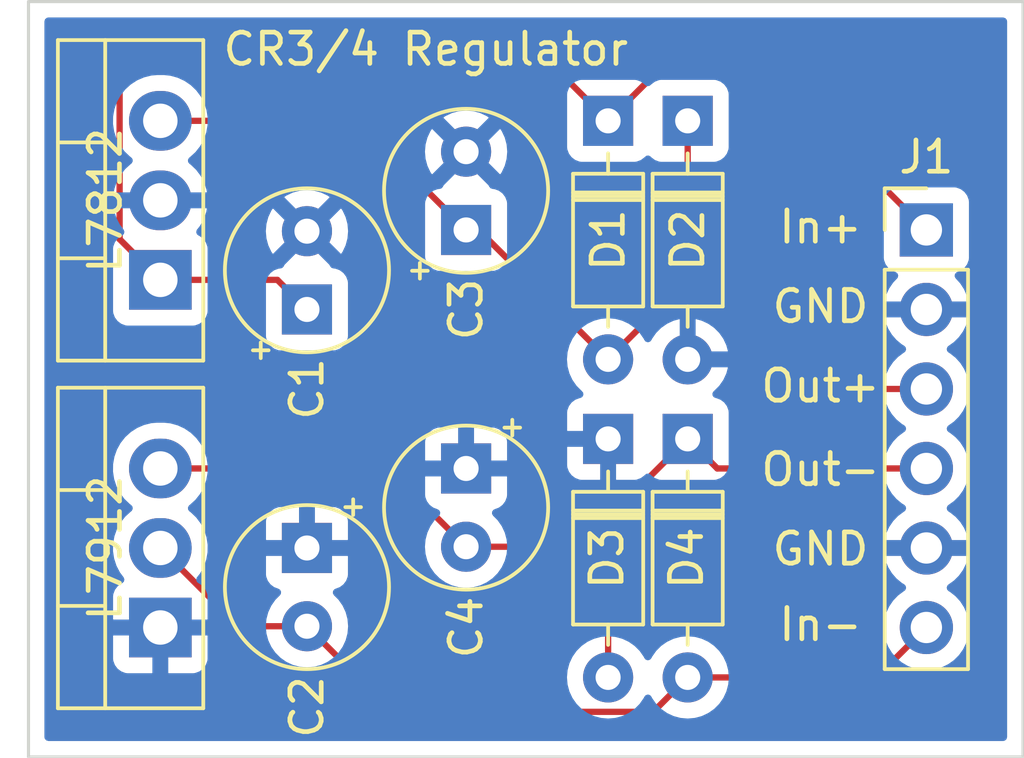
<source format=kicad_pcb>
(kicad_pcb (version 20211014) (generator pcbnew)
  (layers (0 "F.Cu" signal) (31 "B.Cu" signal) (34 "B.Paste" user) (35 "F.Paste" user) (36 "B.SilkS" user "B.Silkscreen") (37 "F.SilkS" user "F.Silkscreen") (38 "B.Mask" user) (39 "F.Mask" user) (44 "Edge.Cuts" user))
  (net 0 "")
  (net 1 "IN_P")
  (net 2 "GND")
  (net 3 "IN_N")
  (net 4 "OUT_P")
  (net 5 "OUT_N")
  (footprint "Connector_PinHeader_2.54mm:PinHeader_1x06_P2.54mm_Vertical" (layer "F.Cu") (at 189.953978 75.875183)
    (fp_text reference "J1" (at 0 -2.33) (layer "F.SilkS"))
    (fp_text value "Conn_01x06_Female")
    (fp_line (start 1.33 1.27) (end 1.33 14.03) (layer "F.SilkS") (width 0.12))
    (fp_line (start -1.33 1.27) (end 1.33 1.27) (layer "F.SilkS") (width 0.12))
    (fp_line (start -1.33 1.27) (end -1.33 14.03) (layer "F.SilkS") (width 0.12))
    (fp_line (start -1.33 -1.33) (end 0 -1.33) (layer "F.SilkS") (width 0.12))
    (fp_line (start -1.33 14.03) (end 1.33 14.03) (layer "F.SilkS") (width 0.12))
    (fp_line (start -1.33 0) (end -1.33 -1.33) (layer "F.SilkS") (width 0.12))
    (pad "1" thru_hole rect locked (at 0 0) (size 1.7 1.7) (drill 1) (layers *.Cu *.Mask) (net 1 "IN_P"))
    (pad "2" thru_hole oval locked (at 0 2.54) (size 1.7 1.7) (drill 1) (layers *.Cu *.Mask) (net 2 "GND"))
    (pad "3" thru_hole oval locked (at 0 5.08) (size 1.7 1.7) (drill 1) (layers *.Cu *.Mask) (net 4 "OUT_P"))
    (pad "4" thru_hole oval locked (at 0 7.62) (size 1.7 1.7) (drill 1) (layers *.Cu *.Mask) (net 5 "OUT_N"))
    (pad "5" thru_hole oval locked (at 0 10.16) (size 1.7 1.7) (drill 1) (layers *.Cu *.Mask) (net 2 "GND"))
    (pad "6" thru_hole oval locked (at 0 12.7) (size 1.7 1.7) (drill 1) (layers *.Cu *.Mask) (net 3 "IN_N"))
  )
  (footprint "Capacitor_THT:CP_Radial_Tantal_D5.0mm_P2.50mm" (layer "F.Cu") (at 175.26 83.495183 -90)
    (fp_text reference "C4" (at 5.08 0 -90) (layer "F.SilkS"))
    (fp_text value "100n")
    (fp_line (start -1.304775 -1.725) (end -1.304775 -1.225) (layer "F.SilkS") (width 0.12))
    (fp_line (start -1.554775 -1.475) (end -1.054775 -1.475) (layer "F.SilkS") (width 0.12))
    (fp_circle (center 1.25 0) (end 3.87 0) (layer "F.SilkS") (width 0.12) (fill none))
    (pad "1" thru_hole rect locked (at 0 0 270) (size 1.6 1.6) (drill 0.8) (layers *.Cu *.Mask) (net 2 "GND"))
    (pad "2" thru_hole circle locked (at 2.5 0 270) (size 1.6 1.6) (drill 0.8) (layers *.Cu *.Mask) (net 5 "OUT_N"))
  )
  (footprint "Capacitor_THT:CP_Radial_Tantal_D5.0mm_P2.50mm" (layer "F.Cu") (at 170.18 78.415183 90)
    (fp_text reference "C1" (at -2.54 0 90) (layer "F.SilkS"))
    (fp_text value "100n")
    (fp_line (start -1.304775 -1.725) (end -1.304775 -1.225) (layer "F.SilkS") (width 0.12))
    (fp_line (start -1.554775 -1.475) (end -1.054775 -1.475) (layer "F.SilkS") (width 0.12))
    (fp_circle (center 1.25 0) (end 3.87 0) (layer "F.SilkS") (width 0.12) (fill none))
    (pad "1" thru_hole rect locked (at 0 0 90) (size 1.6 1.6) (drill 0.8) (layers *.Cu *.Mask) (net 1 "IN_P"))
    (pad "2" thru_hole circle locked (at 2.5 0 90) (size 1.6 1.6) (drill 0.8) (layers *.Cu *.Mask) (net 2 "GND"))
  )
  (footprint "Capacitor_THT:CP_Radial_Tantal_D5.0mm_P2.50mm" (layer "F.Cu") (at 170.18 86.035183 -90)
    (fp_text reference "C2" (at 5.08 0 -90) (layer "F.SilkS"))
    (fp_text value "100n")
    (fp_line (start -1.304775 -1.725) (end -1.304775 -1.225) (layer "F.SilkS") (width 0.12))
    (fp_line (start -1.554775 -1.475) (end -1.054775 -1.475) (layer "F.SilkS") (width 0.12))
    (fp_circle (center 1.25 0) (end 3.87 0) (layer "F.SilkS") (width 0.12) (fill none))
    (pad "1" thru_hole rect locked (at 0 0 270) (size 1.6 1.6) (drill 0.8) (layers *.Cu *.Mask) (net 2 "GND"))
    (pad "2" thru_hole circle locked (at 2.5 0 270) (size 1.6 1.6) (drill 0.8) (layers *.Cu *.Mask) (net 3 "IN_N"))
  )
  (footprint "Package_TO_SOT_THT:TO-220-3_Vertical" (layer "F.Cu") (at 165.498978 77.47 90)
    (fp_text reference "U1" hide)
    (fp_text value "L7812")
    (fp_line (start 4.391 -3.27) (end 4.391 -1.76) (layer "F.SilkS") (width 0.12))
    (fp_line (start 0.69 -3.27) (end 0.69 -1.76) (layer "F.SilkS") (width 0.12))
    (fp_line (start -2.58 -3.27) (end 7.66 -3.27) (layer "F.SilkS") (width 0.12))
    (fp_line (start -2.58 1.371) (end 7.66 1.371) (layer "F.SilkS") (width 0.12))
    (fp_line (start -2.58 -3.27) (end -2.58 1.371) (layer "F.SilkS") (width 0.12))
    (fp_line (start 7.66 -3.27) (end 7.66 1.371) (layer "F.SilkS") (width 0.12))
    (fp_line (start -2.58 -1.76) (end 7.66 -1.76) (layer "F.SilkS") (width 0.12))
    (pad "1" thru_hole rect locked (at 0 0 90) (size 1.905 2) (drill 1.1) (layers *.Cu *.Mask) (net 1 "IN_P"))
    (pad "2" thru_hole oval locked (at 2.54 0 90) (size 1.905 2) (drill 1.1) (layers *.Cu *.Mask) (net 2 "GND"))
    (pad "3" thru_hole oval locked (at 5.08 0 90) (size 1.905 2) (drill 1.1) (layers *.Cu *.Mask) (net 4 "OUT_P"))
  )
  (footprint "Package_TO_SOT_THT:TO-220-3_Vertical" (layer "F.Cu") (at 165.498978 88.575183 90)
    (fp_text reference "U2" hide)
    (fp_text value "L7912")
    (fp_line (start -2.58 -1.76) (end 7.66 -1.76) (layer "F.SilkS") (width 0.12))
    (fp_line (start 7.66 -3.27) (end 7.66 1.371) (layer "F.SilkS") (width 0.12))
    (fp_line (start -2.58 -3.27) (end 7.66 -3.27) (layer "F.SilkS") (width 0.12))
    (fp_line (start -2.58 1.371) (end 7.66 1.371) (layer "F.SilkS") (width 0.12))
    (fp_line (start 0.69 -3.27) (end 0.69 -1.76) (layer "F.SilkS") (width 0.12))
    (fp_line (start 4.391 -3.27) (end 4.391 -1.76) (layer "F.SilkS") (width 0.12))
    (fp_line (start -2.58 -3.27) (end -2.58 1.371) (layer "F.SilkS") (width 0.12))
    (pad "1" thru_hole rect locked (at 0 0 90) (size 1.905 2) (drill 1.1) (layers *.Cu *.Mask) (net 2 "GND"))
    (pad "2" thru_hole oval locked (at 2.54 0 90) (size 1.905 2) (drill 1.1) (layers *.Cu *.Mask) (net 3 "IN_N"))
    (pad "3" thru_hole oval locked (at 5.08 0 90) (size 1.905 2) (drill 1.1) (layers *.Cu *.Mask) (net 5 "OUT_N"))
  )
  (footprint "Diode_THT:D_DO-35_SOD27_P7.62mm_Horizontal" (layer "F.Cu") (at 182.333978 82.55 -90)
    (fp_text reference "D4" (at 3.81 0.04 90) (layer "F.SilkS"))
    (fp_text value "1N4148")
    (fp_line (start 6.58 0) (end 5.93 0) (layer "F.SilkS") (width 0.12))
    (fp_line (start 5.93 1.12) (end 5.93 -1.12) (layer "F.SilkS") (width 0.12))
    (fp_line (start 5.93 -1.12) (end 1.69 -1.12) (layer "F.SilkS") (width 0.12))
    (fp_line (start 2.29 -1.12) (end 2.29 1.12) (layer "F.SilkS") (width 0.12))
    (fp_line (start 2.41 -1.12) (end 2.41 1.12) (layer "F.SilkS") (width 0.12))
    (fp_line (start 1.04 0) (end 1.69 0) (layer "F.SilkS") (width 0.12))
    (fp_line (start 2.53 -1.12) (end 2.53 1.12) (layer "F.SilkS") (width 0.12))
    (fp_line (start 1.69 -1.12) (end 1.69 1.12) (layer "F.SilkS") (width 0.12))
    (fp_line (start 1.69 1.12) (end 5.93 1.12) (layer "F.SilkS") (width 0.12))
    (pad "1" thru_hole rect locked (at 0 0 270) (size 1.6 1.6) (drill 0.8) (layers *.Cu *.Mask) (net 5 "OUT_N"))
    (pad "2" thru_hole oval locked (at 7.62 0 270) (size 1.6 1.6) (drill 0.8) (layers *.Cu *.Mask) (net 3 "IN_N"))
  )
  (footprint "Diode_THT:D_DO-35_SOD27_P7.62mm_Horizontal" (layer "F.Cu") (at 182.333978 72.39 -90)
    (fp_text reference "D2" (at 3.81 0 90) (layer "F.SilkS"))
    (fp_text value "1N4148")
    (fp_line (start 1.69 -1.12) (end 1.69 1.12) (layer "F.SilkS") (width 0.12))
    (fp_line (start 5.93 1.12) (end 5.93 -1.12) (layer "F.SilkS") (width 0.12))
    (fp_line (start 1.04 0) (end 1.69 0) (layer "F.SilkS") (width 0.12))
    (fp_line (start 1.69 1.12) (end 5.93 1.12) (layer "F.SilkS") (width 0.12))
    (fp_line (start 6.58 0) (end 5.93 0) (layer "F.SilkS") (width 0.12))
    (fp_line (start 2.29 -1.12) (end 2.29 1.12) (layer "F.SilkS") (width 0.12))
    (fp_line (start 2.53 -1.12) (end 2.53 1.12) (layer "F.SilkS") (width 0.12))
    (fp_line (start 5.93 -1.12) (end 1.69 -1.12) (layer "F.SilkS") (width 0.12))
    (fp_line (start 2.41 -1.12) (end 2.41 1.12) (layer "F.SilkS") (width 0.12))
    (pad "1" thru_hole rect locked (at 0 0 270) (size 1.6 1.6) (drill 0.8) (layers *.Cu *.Mask) (net 4 "OUT_P"))
    (pad "2" thru_hole oval locked (at 7.62 0 270) (size 1.6 1.6) (drill 0.8) (layers *.Cu *.Mask) (net 2 "GND"))
  )
  (footprint "Diode_THT:D_DO-35_SOD27_P7.62mm_Horizontal" (layer "F.Cu") (at 179.793978 72.39 -90)
    (fp_text reference "D1" (at 3.81 0 90) (layer "F.SilkS"))
    (fp_text value "1N4148")
    (fp_line (start 5.93 1.12) (end 5.93 -1.12) (layer "F.SilkS") (width 0.12))
    (fp_line (start 6.58 0) (end 5.93 0) (layer "F.SilkS") (width 0.12))
    (fp_line (start 2.29 -1.12) (end 2.29 1.12) (layer "F.SilkS") (width 0.12))
    (fp_line (start 1.04 0) (end 1.69 0) (layer "F.SilkS") (width 0.12))
    (fp_line (start 5.93 -1.12) (end 1.69 -1.12) (layer "F.SilkS") (width 0.12))
    (fp_line (start 1.69 1.12) (end 5.93 1.12) (layer "F.SilkS") (width 0.12))
    (fp_line (start 1.69 -1.12) (end 1.69 1.12) (layer "F.SilkS") (width 0.12))
    (fp_line (start 2.53 -1.12) (end 2.53 1.12) (layer "F.SilkS") (width 0.12))
    (fp_line (start 2.41 -1.12) (end 2.41 1.12) (layer "F.SilkS") (width 0.12))
    (pad "1" thru_hole rect locked (at 0 0 270) (size 1.6 1.6) (drill 0.8) (layers *.Cu *.Mask) (net 1 "IN_P"))
    (pad "2" thru_hole oval locked (at 7.62 0 270) (size 1.6 1.6) (drill 0.8) (layers *.Cu *.Mask) (net 4 "OUT_P"))
  )
  (footprint "Capacitor_THT:CP_Radial_Tantal_D5.0mm_P2.50mm" (layer "F.Cu") (at 175.26 75.875183 90)
    (fp_text reference "C3" (at -2.54 0 90) (layer "F.SilkS"))
    (fp_text value "100n")
    (fp_line (start -1.304775 -1.725) (end -1.304775 -1.225) (layer "F.SilkS") (width 0.12))
    (fp_line (start -1.554775 -1.475) (end -1.054775 -1.475) (layer "F.SilkS") (width 0.12))
    (fp_circle (center 1.25 0) (end 3.87 0) (layer "F.SilkS") (width 0.12) (fill none))
    (pad "1" thru_hole rect locked (at 0 0 90) (size 1.6 1.6) (drill 0.8) (layers *.Cu *.Mask) (net 4 "OUT_P"))
    (pad "2" thru_hole circle locked (at 2.5 0 90) (size 1.6 1.6) (drill 0.8) (layers *.Cu *.Mask) (net 2 "GND"))
  )
  (footprint "Diode_THT:D_DO-35_SOD27_P7.62mm_Horizontal" (layer "F.Cu") (at 179.793978 82.55 -90)
    (fp_text reference "D3" (at 3.81 0.04 90) (layer "F.SilkS"))
    (fp_text value "1N4148")
    (fp_line (start 5.93 -1.12) (end 1.69 -1.12) (layer "F.SilkS") (width 0.12))
    (fp_line (start 1.04 0) (end 1.69 0) (layer "F.SilkS") (width 0.12))
    (fp_line (start 1.69 1.12) (end 5.93 1.12) (layer "F.SilkS") (width 0.12))
    (fp_line (start 2.41 -1.12) (end 2.41 1.12) (layer "F.SilkS") (width 0.12))
    (fp_line (start 2.53 -1.12) (end 2.53 1.12) (layer "F.SilkS") (width 0.12))
    (fp_line (start 2.29 -1.12) (end 2.29 1.12) (layer "F.SilkS") (width 0.12))
    (fp_line (start 6.58 0) (end 5.93 0) (layer "F.SilkS") (width 0.12))
    (fp_line (start 1.69 -1.12) (end 1.69 1.12) (layer "F.SilkS") (width 0.12))
    (fp_line (start 5.93 1.12) (end 5.93 -1.12) (layer "F.SilkS") (width 0.12))
    (pad "1" thru_hole rect locked (at 0 0 270) (size 1.6 1.6) (drill 0.8) (layers *.Cu *.Mask) (net 2 "GND"))
    (pad "2" thru_hole oval locked (at 7.62 0 270) (size 1.6 1.6) (drill 0.8) (layers *.Cu *.Mask) (net 5 "OUT_N"))
  )
  (gr_rect (start 161.29 68.58) (end 193.04 92.71) (layer "Edge.Cuts") (width 0.1) (fill none))
  (gr_text "L7812" (at 163.738978 74.93 90) (layer "F.SilkS") (effects (font (size 1 1))))
  (gr_text "L7912" (at 163.738978 86.035183 90) (layer "F.SilkS") (effects (font (size 1 1))))
  (gr_text "In+" (at 186.574031 75.779881) (layer "F.SilkS") (effects (font (size 1 1))))
  (gr_text "Out+" (at 186.574031 80.859881) (layer "F.SilkS") (effects (font (size 1 1))))
  (gr_text "In-" (at 186.574031 88.479881) (layer "F.SilkS") (effects (font (size 1 1))))
  (gr_text "GND" (at 186.574031 86.066881) (layer "F.SilkS") (effects (font (size 1 1))))
  (gr_text "GND" (at 186.574031 78.319881) (layer "F.SilkS") (effects (font (size 1 1))))
  (gr_text "CR3/4 Regulator" (at 173.972697 70.101461) (layer "F.SilkS") (effects (font (size 1 1))))
  (gr_text "Out-" (at 186.574031 83.526881) (layer "F.SilkS") (effects (font (size 1 1))))
  (segment (start 164.199458 76.17048) (end 165.498978 77.47) (width 0.2) (layer "F.Cu") (net 1))
  (segment (start 181.388795 70.795183) (end 179.793978 72.39) (width 0.2) (layer "F.Cu") (net 1))
  (segment (start 165.498978 77.47) (end 169.234817 77.47) (width 0.2) (layer "F.Cu") (net 1))
  (segment (start 169.234817 77.47) (end 170.18 78.415183) (width 0.2) (layer "F.Cu") (net 1))
  (segment (start 164.199458 71.149703) (end 164.199458 76.17048) (width 0.2) (layer "F.Cu") (net 1))
  (segment (start 179.793978 72.39) (end 178.199161 70.795183) (width 0.2) (layer "F.Cu") (net 1))
  (segment (start 178.199161 70.795183) (end 164.553978 70.795183) (width 0.2) (layer "F.Cu") (net 1))
  (segment (start 164.553978 70.795183) (end 164.199458 71.149703) (width 0.2) (layer "F.Cu") (net 1))
  (segment (start 189.953978 75.875183) (end 184.873978 70.795183) (width 0.2) (layer "F.Cu") (net 1))
  (segment (start 184.873978 70.795183) (end 181.388795 70.795183) (width 0.2) (layer "F.Cu") (net 1))
  (segment (start 170.18 88.535183) (end 167.998978 88.535183) (width 0.2) (layer "F.Cu") (net 3))
  (segment (start 167.998978 88.535183) (end 165.498978 86.035183) (width 0.2) (layer "F.Cu") (net 3))
  (segment (start 181.234467 91.269511) (end 172.914328 91.269511) (width 0.2) (layer "F.Cu") (net 3))
  (segment (start 188.359161 90.17) (end 189.953978 88.575183) (width 0.2) (layer "F.Cu") (net 3))
  (segment (start 182.333978 90.17) (end 181.234467 91.269511) (width 0.2) (layer "F.Cu") (net 3))
  (segment (start 172.914328 91.269511) (end 170.18 88.535183) (width 0.2) (layer "F.Cu") (net 3))
  (segment (start 182.333978 90.17) (end 188.359161 90.17) (width 0.2) (layer "F.Cu") (net 3))
  (segment (start 182.333978 77.47) (end 185.819161 80.955183) (width 0.2) (layer "F.Cu") (net 4))
  (segment (start 179.793978 80.01) (end 175.659161 75.875183) (width 0.2) (layer "F.Cu") (net 4))
  (segment (start 185.819161 80.955183) (end 189.953978 80.955183) (width 0.2) (layer "F.Cu") (net 4))
  (segment (start 175.26 75.875183) (end 171.774817 72.39) (width 0.2) (layer "F.Cu") (net 4))
  (segment (start 182.333978 72.39) (end 182.333978 77.47) (width 0.2) (layer "F.Cu") (net 4))
  (segment (start 171.774817 72.39) (end 165.498978 72.39) (width 0.2) (layer "F.Cu") (net 4))
  (segment (start 175.659161 75.875183) (end 175.26 75.875183) (width 0.2) (layer "F.Cu") (net 4))
  (segment (start 179.793978 80.01) (end 182.333978 77.47) (width 0.2) (layer "F.Cu") (net 4))
  (segment (start 178.888795 85.995183) (end 179.793978 86.900366) (width 0.2) (layer "F.Cu") (net 5))
  (segment (start 172.76 83.495183) (end 165.498978 83.495183) (width 0.2) (layer "F.Cu") (net 5))
  (segment (start 179.793978 86.900366) (end 179.793978 90.17) (width 0.2) (layer "F.Cu") (net 5))
  (segment (start 182.333978 82.55) (end 178.888795 85.995183) (width 0.2) (layer "F.Cu") (net 5))
  (segment (start 183.279161 83.495183) (end 182.333978 82.55) (width 0.2) (layer "F.Cu") (net 5))
  (segment (start 175.26 85.995183) (end 172.76 83.495183) (width 0.2) (layer "F.Cu") (net 5))
  (segment (start 189.953978 83.495183) (end 183.279161 83.495183) (width 0.2) (layer "F.Cu") (net 5))
  (segment (start 175.26 85.995183) (end 178.888795 85.995183) (width 0.2) (layer "F.Cu") (net 5))
  (zone (net 2) (net_name "GND") (layer "B.Cu") (connect_pads (clearance 0.508)) (min_thickness 0.254) (fill yes (thermal_gap 0.508) (thermal_bridge_width 0.508))
    (polygon (pts (xy 193.04 92.71) (xy 161.29 92.71) (xy 161.29 68.58) (xy 193.04 68.58)))
  )
)
</source>
